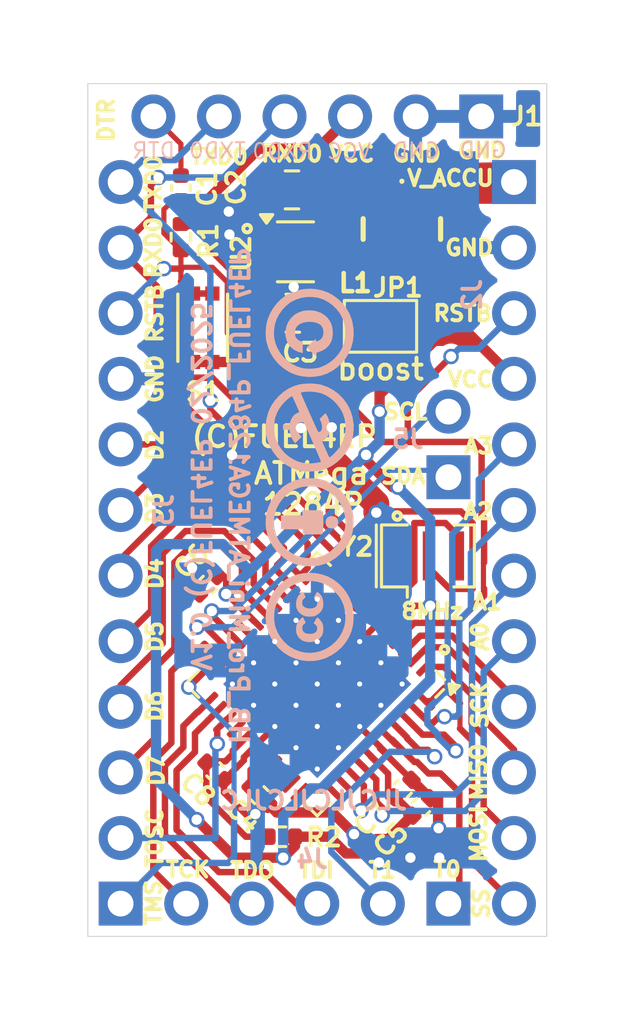
<source format=kicad_pcb>
(kicad_pcb (version 20240108) (generator "pcbnew") (generator_version "8.0")
  (title_block (title "I2C_Module_BME280_FUEL4EP") (date "2024-09-30") (rev "V1.4") (company "(c) FUEL4EP"))
  (layers (0 "F.Cu" signal) (31 "B.Cu" signal) (34 "B.Paste" user) (35 "F.Paste" user) (36 "B.SilkS" user "B.Silkscreen") (37 "F.SilkS" user "F.Silkscreen") (38 "B.Mask" user) (39 "F.Mask" user) (44 "Edge.Cuts" user))
  (net 0 "")
  (net 1 "VCC")
  (net 2 "GND")
  (net 3 "/SCL")
  (net 4 "/SDA")
  (net 5 "/RSETB")
  (net 6 "/DTR")
  (net 7 "Net-(U1-XTAL1)")
  (net 8 "Net-(U1-XTAL2)")
  (net 9 "Net-(U1-AREF)")
  (net 10 "/VAVCC")
  (net 11 "/TXD0")
  (net 12 "/RXD0")
  (net 13 "/MOSI")
  (net 14 "/A0")
  (net 15 "/A3")
  (net 16 "/SCK")
  (net 17 "/A1")
  (net 18 "/A2")
  (net 19 "/SS")
  (net 20 "/MISO")
  (net 21 "/TMS")
  (net 22 "/D6")
  (net 23 "/D5")
  (net 24 "/D4")
  (net 25 "/D7")
  (net 26 "/D3")
  (net 27 "/TOSC")
  (net 28 "/D2")
  (net 29 "/T1")
  (net 30 "/T0")
  (net 31 "/TCK")
  (net 32 "/TDO")
  (net 33 "/TDI")
  (net 41 "V_accu")
  (net 42 "/Vboost")
  (net 43 "/L")
  (footprint "Capacitor_SMD:C_0402_1005Metric" (layer "F.Cu") (at 12.201211 -5.724211 45)
    (property "Reference" "C7")
    (property "Value" "100n")
  )
  (footprint "Jumper:SolderJumper-2_P1.3mm_Open_Pad1.0x1.5mm" (layer "F.Cu") (at 11.3388 -23.622 180)
    (property "Reference" "JP1")
    (property "Value" "SolderJumper_2_Open")
  )
  (footprint "Crystal:Resonator_SMD_Murata_CSTxExxV-3Pin_3.0x1.1mm" (layer "F.Cu") (at 13.1764 -14.732)
    (property "Reference" "Y2")
    (property "Value" "8MHz")
  )
  (footprint "Capacitor_SMD:C_0805_2012Metric" (layer "F.Cu") (at 7.9096 -28.9052 180)
    (property "Reference" "C2")
    (property "Value" "10u")
  )
  (footprint "Capacitor_SMD:C_0402_1005Metric" (layer "F.Cu") (at 6.645589 -5.470211 -45)
    (property "Reference" "C4")
    (property "Value" "100n")
  )
  (footprint "Capacitor_SMD:C_0805_2012Metric" (layer "F.Cu") (at 7.94 -24.13 180)
    (property "Reference" "C3")
    (property "Value" "10u")
  )
  (footprint "Capacitor_SMD:C_0402_1005Metric" (layer "F.Cu") (at 3.6068 -28.9788 90)
    (property "Reference" "C1")
    (property "Value" "100n")
  )
  (footprint "Package_TO_SOT_SMD:Texas_R-PDSO-G6" (layer "F.Cu") (at 8.044 -26.5072)
    (property "Reference" "U2")
    (property "Value" "TPS61221DCK")
  )
  (footprint "Capacitor_SMD:C_0402_1005Metric" (layer "F.Cu") (at 4.6482 -13.6144 -135)
    (property "Reference" "C6")
    (property "Value" "100n")
  )
  (footprint "FUEL4EP:SW_EVPBB0AAB000" (layer "F.Cu") (at 4.451 -23.567 90)
    (property "Reference" "S1")
    (property "Value" "EVPBB0AAB000")
  )
  (footprint "FUEL4EP:PinHeader_1x06_P2.54mm_Vertical_FUEL4EP" (layer "F.Cu") (at 15.24 -31.75 -90)
    (property "Reference" "J1")
    (property "Value" "FTDI Basic")
  )
  (footprint "Package_DFN_QFN:QFN-44-1EP_7x7mm_P0.5mm_EP5.15x5.15mm_ThermalVias" (layer "F.Cu") (at 8.887487 -9.771553 -135)
    (property "Reference" "U1" (hide yes))
    (property "Value" "ATMEGA1284P-MUR")
  )
  (footprint "FUEL4EP:FUEL4EP_Inductor_SMD_1" (layer "F.Cu") (at 12.1666 -27.3906 -90)
    (property "Reference" "L1")
    (property "Value" "4.7u" (hide yes))
  )
  (footprint "Resistor_SMD:R_0402_1005Metric" (layer "F.Cu") (at 3.6068 -27.0744 -90)
    (property "Reference" "R1")
    (property "Value" "10k")
  )
  (footprint "Capacitor_SMD:C_0402_1005Metric" (layer "F.Cu") (at 12.912411 -5.013011 45)
    (property "Reference" "C5")
    (property "Value" "10u")
  )
  (footprint "Resistor_SMD:R_0402_1005Metric" (layer "F.Cu") (at 7.5164 -3.8608 180)
    (property "Reference" "R2")
    (property "Value" "22")
  )
  (footprint "Capacitor_SMD:C_0402_1005Metric" (layer "F.Cu") (at 4.936811 -6.391589 135)
    (property "Reference" "C8")
    (property "Value" "100n")
  )
  (footprint "FUEL4EP:PinHeader_1x05_P2.54mm_Vertical_FUEL4EP" (layer "B.Cu") (at 13.97 -1.27 90)
    (property "Reference" "J4")
    (property "Value" "Conn_01x05")
  )
  (footprint "FUEL4EP:PinHeader_1x02_P2.54mm_Vertical_FUEL4EP" (layer "B.Cu") (at 13.97 -17.78)
    (property "Reference" "J5")
    (property "Value" "Conn_01x02")
  )
  (footprint "FUEL4EP:PinHeader_1x12_P2.54mm_Vertical_FUEL4EP" (layer "B.Cu") (at 1.27 -1.27)
    (property "Reference" "J3")
    (property "Value" "Conn_01x12")
  )
  (footprint "FUEL4EP:PinHeader_1x12_P2.54mm_Vertical_FUEL4EP" (layer "B.Cu") (at 16.51 -29.21 180)
    (property "Reference" "J2")
    (property "Value" "Conn_01x12")
  )
  (footprint "FUEL4EP:CC-BY-ND-SA" (layer "B.Cu") (at 8.6106 -17.8562 90)
    (property "Reference" "LOGO1" (hide yes))
    (property "Value" "Logo_Open_Hardware_Small" (hide yes))
  )
  (gr_circle (center 6.1722 -27.4066) (end 6.223 -27.3558) (stroke (width 0.1524)) (fill none) (layer "F.SilkS"))
  (gr_circle (center 13.8176 -11.0998) (end 13.8684 -11.049) (stroke (width 0.1524)) (fill none) (layer "F.SilkS"))
  (gr_circle (center 11.9888 -16.277042) (end 12.0396 -16.226242) (stroke (width 0.1524)) (fill none) (layer "F.SilkS"))
  (gr_line (start 0 0) (end 17.78 0) (stroke (width 0.0381)) (layer "Edge.Cuts"))
  (gr_line (start 0 0) (end 0 -33.02) (stroke (width 0.0381)) (layer "Edge.Cuts"))
  (gr_line (start 17.78 -33.02) (end 17.78 0) (stroke (width 0.0381)) (layer "Edge.Cuts"))
  (gr_line (start 0 -33.02) (end 17.78 -33.02) (stroke (width 0.0381)) (layer "Edge.Cuts"))
  (gr_text "JLCJLCJLCJLC" (at 12.446 -4.8514 0) (layer "B.SilkS") (effects (font (size 0.7 0.7) (thickness 0.1524) (bold yes)) (justify left bottom mirror)))
  (gr_text "HB_Pro_Mini_ATMEGA1284P_FUEL4EP" (at 5.4356 -7.366 -90) (layer "B.SilkS") (effects (font (size 0.7 0.7) (thickness 0.1524) (bold yes)) (justify left bottom mirror)))
  (gr_text "GND" (at 16.2814 -30.099 0) (layer "B.SilkS") (effects (font (size 0.6 0.6) (thickness 0.075)) (justify left bottom mirror)))
  (gr_text "GND" (at 13.6906 -30.0736 0) (layer "B.SilkS") (effects (font (size 0.6 0.6) (thickness 0.075)) (justify left bottom mirror)))
  (gr_text "DTR" (at 3.429 -30.0736 0) (layer "B.SilkS") (effects (font (size 0.6 0.6) (thickness 0.075)) (justify left bottom mirror)))
  (gr_text "RXD0" (at 8.763 -30.0482 0) (layer "B.SilkS") (effects (font (size 0.6 0.6) (thickness 0.075)) (justify left bottom mirror)))
  (gr_text "V1.0 (C)FUEL4EP 02/2025" (at 3.9624 -10.2108 270) (layer "B.SilkS") (effects (font (size 0.7 0.7) (thickness 0.1524) (bold yes)) (justify left bottom mirror)))
  (gr_text "VCC" (at 11.0236 -30.0482 0) (layer "B.SilkS") (effects (font (size 0.6 0.6) (thickness 0.075)) (justify left bottom mirror)))
  (gr_text "TXD0" (at 6.1722 -30.0736 0) (layer "B.SilkS") (effects (font (size 0.6 0.6) (thickness 0.075)) (justify left bottom mirror)))
  (gr_text "TDO\n" (at 5.4356 -2.2098 0) (layer "F.SilkS") (effects (font (size 0.6 0.6) (thickness 0.15) (bold yes)) (justify left bottom)))
  (gr_text "VCC\n" (at 13.8684 -21.209 0) (layer "F.SilkS") (effects (font (size 0.6 0.6) (thickness 0.15) (bold yes)) (justify left bottom)))
  (gr_text "RXD0" (at 2.8956 -25.4 90) (layer "F.SilkS") (effects (font (size 0.6 0.6) (thickness 0.15) (bold yes)) (justify left bottom)))
  (gr_text "SDA" (at 11.2776 -17.4752 0) (layer "F.SilkS") (effects (font (size 0.6 0.6) (thickness 0.15) (bold yes)) (justify left bottom)))
  (gr_text "MOSI" (at 15.494 -2.794 90) (layer "F.SilkS") (effects (font (size 0.6 0.6) (thickness 0.15) (bold yes)) (justify left bottom)))
  (gr_text "GND" (at 2.9464 -20.574 90) (layer "F.SilkS") (effects (font (size 0.6 0.6) (thickness 0.15) (bold yes)) (justify left bottom)))
  (gr_text "(C)FUEL4EP" (at 3.937 -18.8722 0) (layer "F.SilkS") (effects (font (size 0.8128 0.8128) (thickness 0.1524) (bold yes)) (justify left bottom)))
  (gr_text "A3" (at 14.5034 -18.6436 0) (layer "F.SilkS") (effects (font (size 0.6 0.6) (thickness 0.15) (bold yes)) (justify left bottom)))
  (gr_text "DTR" (at 1.0668 -30.6832 90) (layer "F.SilkS") (effects (font (size 0.6 0.6) (thickness 0.15) (bold yes)) (justify left bottom)))
  (gr_text "TCK" (at 2.9464 -2.2352 0) (layer "F.SilkS") (effects (font (size 0.6 0.6) (thickness 0.15) (bold yes)) (justify left bottom)))
  (gr_text "1284P" (at 6.6802 -16.256 0) (layer "F.SilkS") (effects (font (size 0.8128 0.8128) (thickness 0.1524) (bold yes)) (justify left bottom)))
  (gr_text "D5\n" (at 2.9464 -10.922 90) (layer "F.SilkS") (effects (font (size 0.6 0.6) (thickness 0.15) (bold yes)) (justify left bottom)))
  (gr_text "TXD0" (at 3.8862 -29.845 0) (layer "F.SilkS") (effects (font (size 0.6 0.6) (thickness 0.15) (bold yes)) (justify left bottom)))
  (gr_text "RXD0" (at 6.6294 -29.9466 0) (layer "F.SilkS") (effects (font (size 0.6 0.6) (thickness 0.15) (bold yes)) (justify left bottom)))
  (gr_text "boost" (at 9.5758 -21.4884 0) (layer "F.SilkS") (effects (font (size 0.8128 0.8128) (thickness 0.1524) (bold yes)) (justify left bottom)))
  (gr_text "GND\n" (at 13.7668 -26.3144 0) (layer "F.SilkS") (effects (font (size 0.6 0.6) (thickness 0.15) (bold yes)) (justify left bottom)))
  (gr_text "T0" (at 13.3096 -2.2352 0) (layer "F.SilkS") (effects (font (size 0.6 0.6) (thickness 0.15) (bold yes)) (justify left bottom)))
  (gr_text "D4\n" (at 2.9464 -13.3604 90) (layer "F.SilkS") (effects (font (size 0.6 0.6) (thickness 0.15) (bold yes)) (justify left bottom)))
  (gr_text "D6\n" (at 2.9464 -8.2296 90) (layer "F.SilkS") (effects (font (size 0.6 0.6) (thickness 0.15) (bold yes)) (justify left bottom)))
  (gr_text "D3\n" (at 2.9464 -15.9004 90) (layer "F.SilkS") (effects (font (size 0.6 0.6) (thickness 0.15) (bold yes)) (justify left bottom)))
  (gr_text "RSTB" (at 2.9464 -22.9108 90) (layer "F.SilkS") (effects (font (size 0.6 0.6) (thickness 0.15) (bold yes)) (justify left bottom)))
  (gr_text "SCK\n" (at 15.5448 -7.9756 90) (layer "F.SilkS") (effects (font (size 0.6 0.6) (thickness 0.15) (bold yes)) (justify left bottom)))
  (gr_text "A0" (at 15.5448 -10.9728 90) (layer "F.SilkS") (effects (font (size 0.6 0.6) (thickness 0.15) (bold yes)) (justify left bottom)))
  (gr_text "D7\n" (at 2.9972 -5.7404 90) (layer "F.SilkS") (effects (font (size 0.6 0.6) (thickness 0.15) (bold yes)) (justify left bottom)))
  (gr_text "V_ACCU" (at 12.2936 -29.0068 0) (layer "F.SilkS") (effects (font (size 0.6 0.6) (thickness 0.15) (bold yes)) (justify left bottom)))
  (gr_text "SCL" (at 11.3792 -19.9644 0) (layer "F.SilkS") (effects (font (size 0.6 0.6) (thickness 0.15) (bold yes)) (justify left bottom)))
  (gr_text "GND" (at 11.7348 -29.9466 0) (layer "F.SilkS") (effects (font (size 0.6 0.6) (thickness 0.15) (bold yes)) (justify left bottom)))
  (gr_text "VCC" (at 9.271 -29.9466 0) (layer "F.SilkS") (effects (font (size 0.6 0.6) (thickness 0.15) (bold yes)) (justify left bottom)))
  (gr_text "A1" (at 14.8336 -12.5984 0) (layer "F.SilkS") (effects (font (size 0.6 0.6) (thickness 0.15) (bold yes)) (justify left bottom)))
  (gr_text "TXD0" (at 2.8956 -27.94 90) (layer "F.SilkS") (effects (font (size 0.6 0.6) (thickness 0.15) (bold yes)) (justify left bottom)))
  (gr_text "GND" (at 14.2494 -30.0736 0) (layer "F.SilkS") (effects (font (size 0.6 0.6) (thickness 0.15) (bold yes)) (justify left bottom)))
  (gr_text "TOSC\n" (at 2.9464 -2.5908 90) (layer "F.SilkS") (effects (font (size 0.6 0.6) (thickness 0.15) (bold yes)) (justify left bottom)))
  (gr_text "TDI\n" (at 8.0772 -2.2098 0) (layer "F.SilkS") (effects (font (size 0.6 0.6) (thickness 0.15) (bold yes)) (justify left bottom)))
  (gr_text "TMS" (at 2.8956 -0.3556 90) (layer "F.SilkS") (effects (font (size 0.6 0.6) (thickness 0.15) (bold yes)) (justify left bottom)))
  (gr_text "8MHz" (at 12.065 -12.2428 0) (layer "F.SilkS") (effects (font (size 0.6 0.6) (thickness 0.15) (bold yes)) (justify left bottom)))
  (gr_text "ATMega" (at 6.35 -17.4498 0) (layer "F.SilkS") (effects (font (size 0.8128 0.8128) (thickness 0.1524) (bold yes)) (justify left bottom)))
  (gr_text "SS" (at 15.5956 -0.6096 90) (layer "F.SilkS") (effects (font (size 0.6 0.6) (thickness 0.15) (bold yes)) (justify left bottom)))
  (gr_text "A2" (at 14.478 -16.1036 0) (layer "F.SilkS") (effects (font (size 0.6 0.6) (thickness 0.15) (bold yes)) (justify left bottom)))
  (gr_text "MISO" (at 15.494 -5.1816 90) (layer "F.SilkS") (effects (font (size 0.6 0.6) (thickness 0.15) (bold yes)) (justify left bottom)))
  (gr_text "D2\n" (at 2.9464 -18.3388 90) (layer "F.SilkS") (effects (font (size 0.6 0.6) (thickness 0.15) (bold yes)) (justify left bottom)))
  (gr_text "T1" (at 10.795 -2.2098 0) (layer "F.SilkS") (effects (font (size 0.6 0.6) (thickness 0.15) (bold yes)) (justify left bottom)))
  (gr_text "RSTB" (at 13.3096 -23.7744 0) (layer "F.SilkS") (effects (font (size 0.6 0.6) (thickness 0.15) (bold yes)) (justify left bottom)))
  (segment (start 4.761 -27.559) (end 4.761 -26.680106) (width 0.4) (layer "F.Cu") (net 1))
  (segment (start 13.26394 -12.8016) (end 12.6492 -12.8016) (width 0.25) (layer "F.Cu") (net 1))
  (segment (start 10.623061 -3.2124) (end 11.179461 -3.7688) (width 0.4) (layer "F.Cu") (net 1))
  (segment (start 11.9888 -22.225) (end 11.9888 -23.622) (width 0.4) (layer "F.Cu") (net 1))
  (segment (start 10.778021 -18.434771) (end 10.778021 -18.646905) (width 0.4) (layer "F.Cu") (net 1))
  (segment (start 5.969 -25.472106) (end 5.969 -23.499834) (width 0.4) (layer "F.Cu") (net 1))
  (segment (start 11.303 -21.5392) (end 11.303 -20.32) (width 0.4) (layer "F.Cu") (net 1))
  (segment (start 12.6492 -12.8016) (end 11.696279 -11.848679) (width 0.25) (layer "F.Cu") (net 1))
  (segment (start 4.4196 -27.5844) (end 3.6068 -27.5844) (width 0.4) (layer "F.Cu") (net 1))
  (segment (start 8.0264 -3.8608) (end 9.353339 -3.8608) (width 0.4) (layer "F.Cu") (net 1))
  (segment (start 10.964613 -6.967787) (end 11.6332 -6.2992) (width 0.25) (layer "F.Cu") (net 1))
  (segment (start 5.3594 -13.2588) (end 5.3848 -13.2588) (width 0.25) (layer "F.Cu") (net 1))
  (segment (start 4.761 -26.680106) (end 5.969 -25.472106) (width 0.4) (layer "F.Cu") (net 1))
  (segment (start 7.5692 -3.048) (end 5.6896 -3.048) (width 0.4) (layer "F.Cu") (net 1))
  (segment (start 11.179461 -3.7688) (end 11.6428 -3.7688) (width 0.4) (layer "F.Cu") (net 1))
  (segment (start 5.969 -23.499834) (end 6.735834 -22.733) (width 0.4) (layer "F.Cu") (net 1))
  (segment (start 7.493 -22.225) (end 6.985 -22.733) (width 0.4) (layer "F.Cu") (net 1))
  (segment (start 4.761 -27.559) (end 4.445 -27.559) (width 0.4) (layer "F.Cu") (net 1))
  (segment (start 10.001739 -3.2124) (end 10.623061 -3.2124) (width 0.4) (layer "F.Cu") (net 1))
  (segment (start 8.0264 -3.8608) (end 8.0264 -3.5052) (width 0.4) (layer "F.Cu") (net 1))
  (segment (start 11.6332 -6.2992) (end 11.6332 -5.6134) (width 0.25) (layer "F.Cu") (net 1))
  (segment (start 12.573 -4.6736) (end 11.8618 -5.3848) (width 0.4) (layer "F.Cu") (net 1))
  (segment (start 5.6896 -3.048) (end 4.2164 -4.5212) (width 0.4) (layer "F.Cu") (net 1))
  (segment (start 6.735834 -22.733) (end 6.985 -22.733) (width 0.4) (layer "F.Cu") (net 1))
  (segment (start 11.9888 -22.225) (end 11.303 -21.5392) (width 0.4) (layer "F.Cu") (net 1))
  (segment (start 5.3594 -13.2588) (end 5.3594 -13.861422) (width 0.25) (layer "F.Cu") (net 1))
  (segment (start 14.478 -23.622) (end 16.51 -21.59) (width 0.4) (layer "F.Cu") (net 1))
  (segment (start 11.816263 -17.396529) (end 10.778021 -18.434771) (width 0.4) (layer "F.Cu") (net 1))
  (segment (start 11.696279 -11.848679) (end 11.67172 -11.848679) (width 0.25) (layer "F.Cu") (net 1))
  (segment (start 6.441367 -12.202233) (end 6.456807 -12.202233) (width 0.25) (layer "F.Cu") (net 1))
  (segment (start 11.9888 -23.622) (end 14.478 -23.622) (width 0.4) (layer "F.Cu") (net 1))
  (segment (start 4.445 -27.559) (end 4.4196 -27.5844) (width 0.4) (layer "F.Cu") (net 1))
  (segment (start 11.9888 -22.225) (end 7.493 -22.225) (width 0.4) (layer "F.Cu") (net 1))
  (segment (start 11.6428 -3.7688) (end 12.5476 -4.6736) (width 0.4) (layer "F.Cu") (net 1))
  (segment (start 12.014099 -17.396529) (end 11.816263 -17.396529) (width 0.4) (layer "F.Cu") (net 1))
  (segment (start 11.6332 -5.6134) (end 11.8618 -5.3848) (width 0.25) (layer "F.Cu") (net 1))
  (segment (start 6.624 -30.5) (end 4.761 -28.637) (width 0.4) (layer "F.Cu") (net 1))
  (segment (start 8.91 -30.5) (end 6.624 -30.5) (width 0.4) (layer "F.Cu") (net 1))
  (segment (start 5.3594 -13.861422) (end 5.114611 -14.106211) (width 0.25) (layer "F.Cu") (net 1))
  (segment (start 9.353339 -3.8608) (end 10.001739 -3.2124) (width 0.4) (layer "F.Cu") (net 1))
  (segment (start 8.0264 -3.5052) (end 7.5692 -3.048) (width 0.4) (layer "F.Cu") (net 1))
  (segment (start 10.964613 -6.98732) (end 10.964613 -6.967787) (width 0.25) (layer "F.Cu") (net 1))
  (segment (start 4.761 -28.637) (end 4.761 -27.559) (width 0.4) (layer "F.Cu") (net 1))
  (segment (start 10.16 -31.75) (end 8.91 -30.5) (width 0.4) (layer "F.Cu") (net 1))
  (segment (start 5.3848 -13.2588) (end 6.441367 -12.202233) (width 0.25) (layer "F.Cu") (net 1))
  (via (at 10.778021 -18.646905) (size 0.6) (drill 0.4) (layers "F.Cu" "B.Cu") (net 1))
  (via (at 5.3594 -13.2588) (size 0.6) (drill 0.4) (layers "F.Cu" "B.Cu") (net 1))
  (via (at 11.303 -20.32) (size 0.6) (drill 0.4) (layers "F.Cu" "B.Cu") (net 1))
  (via (at 4.2164 -4.5212) (size 0.6) (drill 0.4) (layers "F.Cu" "B.Cu") (net 1))
  (via (at 12.014099 -17.396529) (size 0.6) (drill 0.4) (layers "F.Cu" "B.Cu") (net 1))
  (via (at 13.26394 -12.8016) (size 0.6) (drill 0.4) (layers "F.Cu" "B.Cu") (net 1))
  (via (at 7.5692 -3.048) (size 0.6) (drill 0.4) (layers "F.Cu" "B.Cu") (net 1))
  (segment (start 3.4544 -15.1892) (end 3.2512 -15.1892) (width 0.4) (layer "B.Cu") (net 1))
  (segment (start 5.2324 -15.1892) (end 3.4544 -15.1892) (width 0.4) (layer "B.Cu") (net 1))
  (segment (start 10.772919 -18.646905) (end 10.778021 -18.646905) (width 0.4) (layer "B.Cu") (net 1))
  (segment (start 13.26394 -12.8016) (end 13.26394 -16.146688) (width 0.4) (layer "B.Cu") (net 1))
  (segment (start 6.273807 -14.147793) (end 5.2324 -15.1892) (width 0.4) (layer "B.Cu") (net 1))
  (segment (start 11.303 -19.171884) (end 10.778021 -18.646905) (width 0.4) (layer "B.Cu") (net 1))
  (segment (start 7.5692 -4.667461) (end 7.5692 -3.048) (width 0.4) (layer "B.Cu") (net 1))
  (segment (start 13.26394 -12.8016) (end 13.26394 -9.94072) (width 0.4) (layer "B.Cu") (net 1))
  (segment (start 3.4544 -15.1892) (end 2.8956 -15.1892) (width 0.4) (layer "B.Cu") (net 1))
  (segment (start 13.26394 -9.94072) (end 9.053173 -5.729953) (width 0.4) (layer "B.Cu") (net 1))
  (segment (start 9.053173 -5.729953) (end 8.631692 -5.729953) (width 0.4) (layer "B.Cu") (net 1))
  (segment (start 8.631692 -5.729953) (end 7.5692 -4.667461) (width 0.4) (layer "B.Cu") (net 1))
  (segment (start 6.273807 -14.147793) (end 10.772919 -18.646905) (width 0.4) (layer "B.Cu") (net 1))
  (segment (start 13.26394 -16.146688) (end 12.014099 -17.396529) (width 0.4) (layer "B.Cu") (net 1))
  (segment (start 5.384814 -13.2588) (end 6.273807 -14.147793) (width 0.4) (layer "B.Cu") (net 1))
  (segment (start 4.2164 -4.5212) (end 2.6416 -6.096) (width 0.4) (layer "B.Cu") (net 1))
  (segment (start 2.6416 -6.096) (end 2.6416 -14.9352) (width 0.4) (layer "B.Cu") (net 1))
  (segment (start 5.3594 -13.2588) (end 5.384814 -13.2588) (width 0.4) (layer "B.Cu") (net 1))
  (segment (start 2.8956 -15.1892) (end 2.6416 -14.9352) (width 0.4) (layer "B.Cu") (net 1))
  (segment (start 11.303 -20.32) (end 11.303 -19.171884) (width 0.4) (layer "B.Cu") (net 1))
  (segment (start 8.255 -19.685) (end 8.4836 -19.4564) (width 0.4) (layer "F.Cu") (net 2))
  (segment (start 13.589 -4.191) (end 13.589 -3.0734) (width 0.4) (layer "F.Cu") (net 2))
  (segment (start 6.456807 -7.340873) (end 6.451873 -7.340873) (width 0.25) (layer "F.Cu") (net 2))
  (segment (start 6.434122 -25.8572) (end 6.094 -26.197322) (width 0.4) (layer "F.Cu") (net 2))
  (segment (start 11.318167 -7.340873) (end 11.318167 -7.286077) (width 0.25) (layer "F.Cu") (net 2))
  (segment (start 6.103254 -11.848679) (end 8.18038 -9.771553) (width 0.25) (layer "F.Cu") (net 2))
  (segment (start 6.944 -25.8572) (end 6.434122 -25.8572) (width 0.4) (layer "F.Cu") (net 2))
  (segment (start 13.251822 -5.352422) (end 12.540622 -6.063622) (width 0.4) (layer "F.Cu") (net 2))
  (segment (start 11.176 -16.764) (end 8.4836 -19.4564) (width 1) (layer "F.Cu") (net 2))
  (segment (start 12.310319 -2.861519) (end 11.282041 -2.861519) (width 0.4) (layer "F.Cu") (net 2))
  (segment (start 9.474778 -4.800022) (end 10.3124 -3.9624) (width 0.4) (layer "F.Cu") (net 2))
  (segment (start 6.044923 -6.820879) (end 5.276222 -6.052178) (width 0.25) (layer "F.Cu") (net 2))
  (segment (start 6.044923 -6.933923) (end 6.044923 -6.820879) (width 0.25) (layer "F.Cu") (net 2))
  (segment (start 11.318167 -7.286077) (end 12.540622 -6.063622) (width 0.25) (layer "F.Cu") (net 2))
  (segment (start 11.2246 -16.457) (end 11.176 -16.4084) (width 0.25) (layer "F.Cu") (net 2))
  (segment (start 13.251822 -5.352422) (end 13.570578 -5.352422) (width 0.4) (layer "F.Cu") (net 2))
  (segment (start 5.7404 -26.924) (end 5.4864 -27.178) (width 0.4) (layer "F.Cu") (net 2))
  (segment (start 6.944 -25.8572) (end 6.944 -24.176) (width 0.4) (layer "F.Cu") (net 2))
  (segment (start 13.589 -3.0734) (end 13.6144 -3.048) (width 0.4) (layer "F.Cu") (net 2))
  (segment (start 4.076 -22.242) (end 4.826 -22.242) (width 0.4) (layer "F.Cu") (net 2))
  (segment (start 5.276222 -6.052178) (end 5.276222 -5.569578) (width 0.25) (layer "F.Cu") (net 2))
  (segment (start 8.255 -19.685) (end 9.4234 -19.685) (width 0.4) (layer "F.Cu") (net 2))
  (segment (start 7.9756 -25.146) (end 6.99 -25.146) (width 0.4) (layer "F.Cu") (net 2))
  (segment (start 13.6144 -3.048) (end 12.4968 -3.048) (width 0.4) (layer "F.Cu") (net 2))
  (segment (start 6.094 -26.197322) (end 6.094 -26.924) (width 0.4) (layer "F.Cu") (net 2))
  (segment (start 2.6416 -21.59) (end 5.588 -18.6436) (width 0.4) (layer "F.Cu") (net 2))
  (segment (start 4.826 -22.242) (end 5.698 -22.242) (width 0.4) (layer "F.Cu") (net 2))
  (segment (start 5.276222 -5.569578) (end 6.2992 -4.5466) (width 0.25) (layer "F.Cu") (net 2))
  (segment (start 6.99 -24.13) (end 6.99 -25.146) (width 0.25) (layer "F.Cu") (net 2))
  (segment (start 7.315778 -4.800022) (end 9.474778 -4.800022) (width 0.4) (layer "F.Cu") (net 2))
  (segment (start 8.7376 -19.7104) (end 8.4836 -19.4564) (width 1) (layer "F.Cu") (net 2))
  (segment (start 4.0386 -13.9022) (end 4.0386 -14.2748) (width 0.4) (layer "F.Cu") (net 2))
  (segment (start 6.094 -26.924) (end 5.7404 -26.924) (width 0.4) (layer "F.Cu") (net 2))
  (segment (start 14.4514 -16.457) (end 11.2246 -16.457) (width 0.25) (layer "F.Cu") (net 2))
  (segment (start 11.318167 -7.340873) (end 8.887487 -9.771553) (width 0.25) (layer "F.Cu") (net 2))
  (segment (start 6.451873 -7.340873) (end 6.044923 -6.933923) (width 0.25) (layer "F.Cu") (net 2))
  (segment (start 4.318 -13.3012) (end 3.8778 -13.7414) (width 0.4) (layer "F.Cu") (net 2))
  (segment (start 5.4884 -28.0396) (end 5.461 -28.067) (width 0.4) (layer "F.Cu") (net 2))
  (segment (start 9.4234 -19.685) (end 9.4488 -19.7104) (width 0.4) (layer "F.Cu") (net 2))
  (segment (start 6.094 -28.0396) (end 5.4884 -28.0396) (width 0.4) (layer "F.Cu") (net 2))
  (segment (start 1.27 -21.59) (end 2.6416 -21.59) (width 0.4) (layer "F.Cu") (net 2))
  (segment (start 6.985 -5.1308) (end 7.315778 -4.800022) (width 0.4) (layer "F.Cu") (net 2))
  (segment (start 5.698 -22.242) (end 8.255 -19.685) (width 0.4) (layer "F.Cu") (net 2))
  (segment (start 3.8778 -13.7414) (end 4.0386 -13.9022) (width 0.4) (layer "F.Cu") (net 2))
  (segment (start 13.570578 -5.352422) (end 13.570578 -4.209422) (width 0.4) (layer "F.Cu") (net 2))
  (segment (start 11.318167 -12.202233) (end 8.887487 -9.771553) (width 0.25) (layer "F.Cu") (net 2))
  (segment (start 6.4008 -4.5466) (end 6.985 -5.1308) (width 0.25) (layer "F.Cu") (net 2))
  (segment (start 9.4488 -19.7104) (end 8.7376 -19.7104) (width 1) (layer "F.Cu") (net 2))
  (segment (start 14.9014 -16.007) (end 14.4514 -16.457) (width 0.25) (layer "F.Cu") (net 2))
  (segment (start 12.4968 -3.048) (end 12.310319 -2.861519) (width 0.4) (layer "F.Cu") (net 2))
  (segment (start 13.1764 -14.297493) (end 14.016893 -13.457) (width 0.25) (layer "F.Cu") (net 2))
  (segment (start 6.99 -25.146) (end 6.99 -25.8112) (width 0.25) (layer "F.Cu") (net 2))
  (segment (start 13.570578 -4.209422) (end 13.589 -4.191) (width 0.4) (layer "F.Cu") (net 2))
  (segment (start 11.176 -16.4084) (end 11.176 -16.764) (width 1) (layer "F.Cu") (net 2))
  (segment (start 6.2992 -4.5466) (end 6.4008 -4.5466) (width 0.25) (layer "F.Cu") (net 2))
  (segment (start 6.456807 -7.340873) (end 8.887487 -9.771553) (width 0.25) (layer "F.Cu") (net 2))
  (segment (start 6.094 -26.924) (end 6.094 -28.0396) (width 0.4) (layer "F.Cu") (net 2))
  (segment (start 14.9014 -13.457) (end 14.9014 -16.007) (width 0.25) (layer "F.Cu") (net 2))
  (segment (start 14.016893 -13.457) (end 14.9014 -13.457) (width 0.25) (layer "F.Cu") (net 2))
  (segment (start 6.094 -28.0396) (end 6.9596 -28.9052) (width 0.4) (layer "F.Cu") (net 2))
  (via (at 12.4968 -3.048) (size 0.6) (drill 0.4) (layers "F.Cu" "B.Cu") (net 2))
  (via (at 13.589 -4.191) (size 0.6) (drill 0.4) (layers "F.Cu" "B.Cu") (net 2))
  (via (at 5.4864 -27.178) (size 0.6) (drill 0.4) (layers "F.Cu" "B.Cu") (net 2))
  (via (at 10.3124 -3.9624) (size 0.6) (drill 0.4) (layers "F.Cu" "B.Cu") (net 2))
  (via (at 4.0386 -14.2748) (size 0.6) (drill 0.4) (layers "F.Cu" "B.Cu") (net 2))
  (via (at 8.255 -19.685) (size 0.6) (drill 0.4) (layers "F.Cu" "B.Cu") (net 2))
  (via (at 5.461 -28.067) (size 0.6) (drill 0.4) (layers "F.Cu" "B.Cu") (net 2))
  (via (at 5.588 -18.6436) (size 0.6) (drill 0.4) (layers "F.Cu" "B.Cu") (net 2))
  (via (at 11.176 -16.4084) (size 0.6) (drill 0.4) (layers "F.Cu" "B.Cu") (net 2))
  (via (at 11.282041 -2.861519) (size 0.6) (drill 0.4) (layers "F.Cu" "B.Cu") (net 2))
  (via (at 7.9756 -25.146) (size 0.6) (drill 0.4) (layers "F.Cu" "B.Cu") (net 2))
  (via (at 6.4897 -4.7371) (size 0.6) (drill 0.4) (layers "F.Cu" "B.Cu") (net 2))
  (via (at 9.4488 -19.7104) (size 0.6) (drill 0.4) (layers "F.Cu" "B.Cu") (net 2))
  (via (at 13.6144 -3.048) (size 0.6) (drill 0.4) (layers "F.Cu" "B.Cu") (net 2))
  (segment (start 6.4897 -4.7371) (end 6.7183 -4.9657) (width 0.25) (layer "B.Cu") (net 2))
  (segment (start 3.4664 -11.703539) (end 4.941186 -10.228753) (width 0.4) (layer "B.Cu") (net 2))
  (segment (start 6.8072 -5.0546) (end 6.9342 -5.0546) (width 0.25) (layer "B.Cu") (net 2))
  (segment (start 3.4664 -11.703539) (end 3.4664 -13.7026) (width 0.4) (layer "B.Cu") (net 2))
  (segment (start 3.4664 -13.7026) (end 4.0386 -14.2748) (width 0.4) (layer "B.Cu") (net 2))
  (segment (start 6.2992 -4.5466) (end 6.4897 -4.7371) (width 0.25) (layer "B.Cu") (net 2))
  (segment (start 4.941186 -10.228753) (end 9.141487 -10.228753) (width 0.4) (layer "B.Cu") (net 2))
  (segment (start 5.749701 -11.496899) (end 4.803035 -12.443565) (width 0.25) (layer "F.Cu") (net 3))
  (segment (start 4.803035 -12.443565) (end 4.803035 -12.599047) (width 0.25) (layer "F.Cu") (net 3))
  (via (at 4.803035 -12.599047) (size 0.6) (drill 0.4) (layers "F.Cu" "B.Cu") (net 3))
  (segment (start 5.614047 -12.599047) (end 13.335 -20.32) (width 0.25) (layer "B.Cu") (net 3))
  (segment (start 5.614047 -12.599047) (end 4.803035 -12.599047) (width 0.25) (layer "B.Cu") (net 3))
  (segment (start 5.393828 -11.141572) (end 4.563082 -11.972318) (width 0.25) (layer "F.Cu") (net 4))
  (segment (start 4.563082 -11.972318) (end 4.228826 -11.972318) (width 0.25) (layer "F.Cu") (net 4))
  (via (at 4.228826 -11.972318) (size 0.6) (drill 0.4) (layers "F.Cu" "B.Cu") (net 4))
  (segment (start 13.97 -17.78) (end 13.703471 -18.046529) (width 0.2) (layer "B.Cu") (net 4))
  (segment (start 11.662569 -18.046529) (end 5.588358 -11.972318) (width 0.2) (layer "B.Cu") (net 4))
  (segment (start 5.588358 -11.972318) (end 4.228826 -11.972318) (width 0.25) (layer "B.Cu") (net 4))
  (segment (start 13.703471 -18.046529) (end 11.662569 -18.046529) (width 0.2) (layer "B.Cu") (net 4))
  (segment (start 4.076 -24.892) (end 4.826 -24.892) (width 0.25) (layer "F.Cu") (net 5))
  (segment (start 2.9464 -25.8572) (end 3.556 -25.8572) (width 0.25) (layer "F.Cu") (net 5))
  (segment (start 4.826 -25.908) (end 3.6068 -25.908) (width 0.2) (layer "F.Cu") (net 5))
  (segment (start 9.525 -21.209) (end 10.8712 -19.8628) (width 0.25) (layer "F.Cu") (net 5))
  (segment (start 12.6492 -12.1412) (end 14.301596 -12.1412) (width 0.25) (layer "F.Cu") (net 5))
  (segment (start 3.6068 -28.4988) (end 3.296801 -28.4988) (width 0.2) (layer "F.Cu") (net 5))
  (segment (start 15.2554 -16.289396) (end 15.3514 -16.193396) (width 0.25) (layer "F.Cu") (net 5))
  (segment (start 15.3514 -13.466899) (end 15.3264 -13.491899) (width 0.2) (layer "F.Cu") (net 5))
  (segment (start 5.401 -25.333) (end 4.826 -25.908) (width 0.2) (layer "F.Cu") (net 5))
  (segment (start 3.296801 -28.4988) (end 2.9464 -28.148399) (width 0.2) (layer "F.Cu") (net 5))
  (segment (start 12.3952 -19.145) (end 12.3952 -20.7772) (width 0.25) (layer "F.Cu") (net 5))
  (segment (start 12.3952 -19.145) (end 14.955 -19.145) (width 0.25) (layer "F.Cu") (net 5))
  (segment (start 14.301596 -12.1412) (end 15.3514 -13.191004) (width 0.25) (layer "F.Cu") (net 5))
  (segment (start 5.401 -23.360727) (end 5.401 -25.333) (width 0.2) (layer "F.Cu") (net 5))
  (segment (start 11.3858 -19.145) (end 12.3952 -19.145) (width 0.25) (layer "F.Cu") (net 5))
  (segment (start 2.9464 -28.148399) (end 2.9464 -27.2248) (width 0.2) (layer "F.Cu") (net 5))
  (segment (start 3.6068 -25.3612) (end 4.076 -24.892) (width 0.25) (layer "F.Cu") (net 5))
  (segment (start 7.552727 -21.209) (end 9.525 -21.209) (width 0.25) (layer "F.Cu") (net 5))
  (segment (start 15.3264 -14.453) (end 15.3514 -14.478) (width 0.2) (layer "F.Cu") (net 5))
  (segment (start 12.025273 -11.495126) (end 12.025273 -11.517273) (width 0.25) (layer "F.Cu") (net 5))
  (segment (start 3.6068 -26.5644) (end 3.6068 -25.908) (width 0.2) (layer "F.Cu") (net 5))
  (segment (start 3.556 -25.8572) (end 3.6068 -25.8064) (width 0.25) (layer "F.Cu") (net 5))
  (segment (start 2.9464 -27.2248) (end 3.6068 -26.5644) (width 0.2) (layer "F.Cu") (net 5))
  (segment (start 15.2554 -18.8446) (end 15.2554 -16.289396) (width 0.25) (layer "F.Cu") (net 5))
  (segment (start 12.025273 -11.517273) (end 12.6492 -12.1412) (width 0.25) (layer "F.Cu") (net 5))
  (segment (start 3.6068 -25.8064) (end 3.6068 -25.3612) (width 0.2) (layer "F.Cu") (net 5))
  (segment (start 15.3514 -13.191004) (end 15.3514 -13.466899) (width 0.25) (layer "F.Cu") (net 5))
  (segment (start 7.552727 -21.209) (end 5.401 -23.360727) (width 0.2) (layer "F.Cu") (net 5))
  (segment (start 10.8712 -19.6596) (end 11.3858 -19.145) (width 0.25) (layer "F.Cu") (net 5))
  (segment (start 15.3514 -16.193396) (end 15.3514 -14.478) (width 0.25) (layer "F.Cu") (net 5))
  (segment (start 3.6068 -25.908) (end 3.6068 -25.8064) (width 0.2) (layer "F.Cu") (net 5))
  (segment (start 10.8712 -19.8628) (end 10.8712 -19.6596) (width 0.25) (layer "F.Cu") (net 5))
  (segment (start 12.3952 -20.7772) (end 14.0716 -22.4536) (width 0.25) (layer "F.Cu") (net 5))
  (segment (start 15.3264 -13.491899) (end 15.3264 -14.453) (width 0.2) (layer "F.Cu") (net 5))
  (segment (start 14.955 -19.145) (end 15.2554 -18.8446) (width 0.25) (layer "F.Cu") (net 5))
  (via (at 2.9464 -25.8572) (size 0.6) (drill 0.4) (layers "F.Cu" "B.Cu") (net 5))
  (via (at 14.0716 -22.4536) (size 0.6) (drill 0.4) (layers "F.Cu" "B.Cu") (net 5))
  (segment (start 14.0716 -22.4536) (end 14.3764 -22.7584) (width 0.25) (layer "B.Cu") (net 5))
  (segment (start 1.27 -24.1808) (end 2.9464 -25.8572) (width 0.25) (layer "B.Cu") (net 5))
  (segment (start 14.3764 -22.7584) (end 15.1384 -22.7584) (width 0.25) (layer "B.Cu") (net 5))
  (segment (start 15.1384 -22.7584) (end 16.51 -24.13) (width 0.25) (layer "B.Cu") (net 5))
  (segment (start 2.54 -31.75) (end 3.6068 -30.6832) (width 0.2) (layer "F.Cu") (net 6))
  (segment (start 3.6068 -30.6832) (end 3.6068 -29.4588) (width 0.2) (layer "F.Cu") (net 6))
  (segment (start 10.61106 -12.909339) (end 11.9764 -14.274679) (width 0.25) (layer "F.Cu") (net 7))
  (segment (start 13.8514 -16.007) (end 12.6514 -16.007) (width 0.25) (layer "F.Cu") (net 8))
  (segment (start 12.6514 -16.007) (end 12.6492 -16.0048) (width 0.25) (layer "F.Cu") (net 8))
  (segment (start 12.6492 -13.752642) (end 12.333158 -13.4366) (width 0.25) (layer "F.Cu") (net 8))
  (segment (start 14.3764 -15.482) (end 13.8514 -16.007) (width 0.25) (layer "F.Cu") (net 8))
  (segment (start 12.333158 -13.4366) (end 11.845427 -13.4366) (width 0.25) (layer "F.Cu") (net 8))
  (segment (start 11.845427 -13.4366) (end 10.964613 -12.555786) (width 0.25) (layer "F.Cu") (net 8))
  (segment (start 12.6492 -16.0048) (end 12.6492 -13.752642) (width 0.25) (layer "F.Cu") (net 8))
  (segment (start 6.306178 -5.809622) (end 6.306178 -6.445738) (width 0.25) (layer "F.Cu") (net 9))
  (segment (start 6.306178 -6.445738) (end 6.477277 -6.616837) (width 0.25) (layer "F.Cu") (net 9))
  (segment (start 6.458578 -6.635537) (end 6.810361 -6.98732) (width 0.25) (layer "F.Cu") (net 9))
  (segment (start 4.589275 -6.722875) (end 4.589275 -5.770387) (width 0.25) (layer "F.Cu") (net 10))
  (segment (start 5.6134 -7.1882) (end 5.6134 -7.0612) (width 0.25) (layer "F.Cu") (net 10))
  (segment (start 5.331308 -6.779108) (end 5.098525 -6.779108) (width 0.25) (layer "F.Cu") (net 10))
  (segment (start 5.6134 -7.0612) (end 5.331308 -6.779108) (width 0.25) (layer "F.Cu") (net 10))
  (segment (start 6.103254 -7.694427) (end 6.103254 -7.678054) (width 0.25) (layer "F.Cu") (net 10))
  (segment (start 6.103254 -7.678054) (end 5.6134 -7.1882) (width 0.25) (layer "F.Cu") (net 10))
  (segment (start 5.050417 -6.731) (end 4.5974 -6.731) (width 0.25) (layer "F.Cu") (net 10))
  (segment (start 5.098525 -6.779108) (end 5.050417 -6.731) (width 0.25) (layer "F.Cu") (net 10))
  (segment (start 4.737468 -5.622194) (end 4.737468 -5.244732) (width 0.25) (layer "F.Cu") (net 10))
  (segment (start 4.737468 -5.244732) (end 6.1214 -3.8608) (width 0.25) (layer "F.Cu") (net 10))
  (segment (start 6.1214 -3.8608) (end 7.0064 -3.8608) (width 0.25) (layer "F.Cu") (net 10))
  (segment (start 4.589275 -5.770387) (end 4.737468 -5.622194) (width 0.25) (layer "F.Cu") (net 10))
  (segment (start 10.538117 -14.591692) (end 10.538117 -14.25061) (width 0.25) (layer "F.Cu") (net 11))
  (segment (start 10.538117 -14.25061) (end 9.903953 -13.616446) (width 0.25) (layer "F.Cu") (net 11))
  (segment (start 4.746732 -20.383077) (end 10.538117 -14.591692) (width 0.25) (layer "F.Cu") (net 11))
  (segment (start 4.746732 -20.748732) (end 4.746732 -20.383077) (width 0.25) (layer "F.Cu") (net 11))
  (via (at 4.746732 -20.748732) (size 0.6) (drill 0.4) (layers "F.Cu" "B.Cu") (net 11))
  (segment (start 4.746732 -25.733268) (end 4.746732 -20.748732) (width 0.25) (layer "B.Cu") (net 11))
  (segment (start 5.08 -31.75) (end 3.39 -30.06) (width 0.25) (layer "B.Cu") (net 11))
  (segment (start 3.39 -30.06) (end 2.12 -30.06) (width 0.25) (layer "B.Cu") (net 11))
  (segment (start 1.27 -29.21) (end 4.746732 -25.733268) (width 0.25) (layer "B.Cu") (net 11))
  (segment (start 2.12 -30.06) (end 1.27 -29.21) (width 0.25) (layer "B.Cu") (net 11))
  (segment (start 2.666805 -22.510457) (end 3.543662 -21.6336) (width 0.25) (layer "F.Cu") (net 12))
  (segment (start 2.445 -27.845) (end 2.445 -29.088614) (width 0.25) (layer "F.Cu") (net 12))
  (segment (start 9.335 -17.115059) (end 9.335 -16.431205) (width 0.25) (layer "F.Cu") (net 12))
  (segment (start 4.816459 -21.6336) (end 9.335 -17.115059) (width 0.25) (layer "F.Cu") (net 12))
  (segment (start 3.543662 -21.6336) (end 4.816459 -21.6336) (width 0.25) (layer "F.Cu") (net 12))
  (segment (start 1.27 -26.67) (end 2.445 -27.845) (width 0.25) (layer "F.Cu") (net 12))
  (segment (start 9.335 -16.431205) (end 10.988117 -14.778088) (width 0.25) (layer "F.Cu") (net 12))
  (segment (start 10.988117 -13.993504) (end 10.257506 -13.262893) (width 0.25) (layer "F.Cu") (net 12))
  (segment (start 10.988117 -14.778088) (end 10.988117 -13.993504) (width 0.25) (layer "F.Cu") (net 12))
  (segment (start 1.27 -26.579005) (end 2.666805 -25.1822) (width 0.25) (layer "F.Cu") (net 12))
  (segment (start 2.666805 -25.1822) (end 2.666805 -22.510457) (width 0.25) (layer "F.Cu") (net 12))
  (segment (start 2.445 -29.088614) (end 2.741386 -29.385) (width 0.25) (layer "F.Cu") (net 12))
  (via (at 2.741386 -29.385) (size 0.6) (drill 0.4) (layers "F.Cu" "B.Cu") (net 12))
  (segment (start 7.62 -31.75) (end 5.255 -29.385) (width 0.25) (layer "B.Cu") (net 12))
  (segment (start 5.255 -29.385) (end 2.741386 -29.385) (width 0.25) (layer "B.Cu") (net 12))
  (segment (start 16.51 -3.81) (end 15.335 -4.985) (width 0.25) (layer "F.Cu") (net 13))
  (segment (start 15.335 -4.985) (end 15.335 -7.766903) (width 0.25) (layer "F.Cu") (net 13))
  (segment (start 14.8672 -8.234703) (end 14.8672 -9.3644) (width 0.25) (layer "F.Cu") (net 13))
  (segment (start 15.335 -7.766903) (end 14.8672 -8.234703) (width 0.25) (layer "F.Cu") (net 13))
  (segment (start 13.085934 -10.434466) (end 13.797134 -10.434466) (width 0.25) (layer "F.Cu") (net 13))
  (segment (start 13.797134 -10.434466) (end 14.8672 -9.3644) (width 0.25) (layer "F.Cu") (net 13))
  (segment (start 11.174853 -5.216149) (end 11.4046 -4.986402) (width 0.25) (layer "F.Cu") (net 14))
  (segment (start 11.174853 -6.071747) (end 11.174853 -5.216149) (width 0.25) (layer "F.Cu") (net 14))
  (segment (start 10.612833 -6.633767) (end 11.174853 -6.071747) (width 0.25) (layer "F.Cu") (net 14))
  (segment (start 11.4046 -4.986402) (end 11.4046 -4.699) (width 0.25) (layer "F.Cu") (net 14))
  (via (at 11.4046 -4.699) (size 0.6) (drill 0.4) (layers "F.Cu" "B.Cu") (net 14))
  (segment (start 15.335 -5.561116) (end 14.631449 -4.857565) (width 0.25) (layer "B.Cu") (net 14))
  (segment (start 16.51 -11.43) (end 15.335 -10.255) (width 0.25) (layer "B.Cu") (net 14))
  (segment (start 14.631449 -4.857565) (end 11.450961 -4.857565) (width 0.25) (layer "B.Cu") (net 14))
  (segment (start 15.335 -10.255) (end 15.335 -5.561116) (width 0.25) (layer "B.Cu") (net 14))
  (segment (start 14.2494 -7.366) (end 13.80391 -7.81149) (width 0.25) (layer "F.Cu") (net 15))
  (segment (start 12.968871 -7.81149) (end 12.378827 -8.401534) (width 0.25) (layer "F.Cu") (net 15))
  (segment (start 14.2494 -7.1882) (end 14.2494 -7.366) (width 0.25) (layer "F.Cu") (net 15))
  (segment (start 13.80391 -7.81149) (end 12.968871 -7.81149) (width 0.25) (layer "F.Cu") (net 15))
  (via (at 14.2494 -7.1882) (size 0.6) (drill 0.4) (layers "F.Cu" "B.Cu") (net 15))
  (segment (start 15.145 -16.605) (end 15.145 -17.685) (width 0.25) (layer "B.Cu") (net 15))
  (segment (start 13.941 -12.5186) (end 14.119233 -12.696833) (width 0.25) (layer "B.Cu") (net 15))
  (segment (start 13.1572 -8.7884) (end 13.8176 -9.4488) (width 0.25) (layer "B.Cu") (net 15))
  (segment (start 14.119233 -15.579233) (end 15.145 -16.605) (width 0.25) (layer "B.Cu") (net 15))
  (segment (start 14.2494 -7.1882) (end 14.097 -7.1882) (width 0.25) (layer "B.Cu") (net 15))
  (segment (start 13.941 -9.4488) (end 13.941 -12.5186) (width 0.25) (layer "B.Cu") (net 15))
  (segment (start 14.097 -7.1882) (end 13.5636 -7.7216) (width 0.25) (layer "B.Cu") (net 15))
  (segment (start 13.5636 -7.7216) (end 13.5636 -7.8232) (width 0.25) (layer "B.Cu") (net 15))
  (segment (start 15.145 -17.685) (end 16.51 -19.05) (width 0.25) (layer "B.Cu") (net 15))
  (segment (start 14.119233 -12.696833) (end 14.119233 -15.579233) (width 0.25) (layer "B.Cu") (net 15))
  (segment (start 13.5636 -7.8232) (end 13.1572 -8.2296) (width 0.25) (layer "B.Cu") (net 15))
  (segment (start 13.1572 -8.2296) (end 13.1572 -8.7884) (width 0.25) (layer "B.Cu") (net 15))
  (segment (start 13.8176 -9.4488) (end 13.941 -9.4488) (width 0.25) (layer "B.Cu") (net 15))
  (segment (start 12.880282 -11.643027) (end 12.378827 -11.141572) (width 0.25) (layer "F.Cu") (net 16))
  (segment (start 14.112573 -11.643027) (end 12.880282 -11.643027) (width 0.25) (layer "F.Cu") (net 16))
  (segment (start 16.51 -9.2456) (end 14.112573 -11.643027) (width 0.25) (layer "F.Cu") (net 16))
  (segment (start 10.7006 -5.3594) (end 10.7006 -4.989709) (width 0.25) (layer "F.Cu") (net 17))
  (segment (start 10.7006 -4.989709) (end 10.582518 -4.871627) (width 0.25) (layer "F.Cu") (net 17))
  (segment (start 10.6934 -5.842) (end 10.6934 -5.3666) (width 0.25) (layer "F.Cu") (net 17))
  (segment (start 10.257506 -6.277894) (end 10.6934 -5.842) (width 0.25) (layer "F.Cu") (net 17))
  (segment (start 10.6934 -5.3666) (end 10.7006 -5.3594) (width 0.25) (layer "F.Cu") (net 17))
  (via (at 10.582518 -4.871627) (size 0.6) (drill 0.4) (layers "F.Cu" "B.Cu") (net 17))
  (segment (start 14.885 -6.172005) (end 14.210195 -5.4972) (width 0.25) (layer "B.Cu") (net 17))
  (segment (start 16.51 -13.731363) (end 14.885 -12.106363) (width 0.25) (layer "B.Cu") (net 17))
  (segment (start 14.885 -12.106363) (end 14.885 -6.172005) (width 0.25) (layer "B.Cu") (net 17))
  (segment (start 11.208091 -5.4972) (end 10.582518 -4.871627) (width 0.25) (layer "B.Cu") (net 17))
  (segment (start 14.210195 -5.4972) (end 11.208091 -5.4972) (width 0.25) (layer "B.Cu") (net 17))
  (segment (start 13.34149 -8.2804) (end 13.207067 -8.2804) (width 0.25) (layer "F.Cu") (net 18))
  (segment (start 13.3604 -8.26149) (end 13.34149 -8.2804) (width 0.25) (layer "F.Cu") (net 18))
  (segment (start 13.60791 -8.509) (end 13.3604 -8.26149) (width 0.25) (layer "F.Cu") (net 18))
  (segment (start 13.8176 -8.509) (end 13.60791 -8.509) (width 0.25) (layer "F.Cu") (net 18))
  (segment (start 12.73238 -8.755087) (end 13.207067 -8.2804) (width 0.25) (layer "F.Cu") (net 18))
  (via (at 13.8176 -8.509) (size 0.6) (drill 0.4) (layers "F.Cu" "B.Cu") (net 18))
  (segment (start 14.264 -8.509) (end 14.391 -8.636) (width 0.25) (layer "B.Cu") (net 18))
  (segment (start 14.391 -12.248759) (end 14.391 -8.636) (width 0.25) (layer "B.Cu") (net 18))
  (segment (start 16.51 -16.51) (end 14.841 -14.841) (width 0.25) (layer "B.Cu") (net 18))
  (segment (start 14.264 -8.509) (end 13.8176 -8.509) (width 0.25) (layer "B.Cu") (net 18))
  (segment (start 14.841 -14.841) (end 14.841 -12.698759) (width 0.25) (layer "B.Cu") (net 18))
  (segment (start 14.841 -12.698759) (end 14.391 -12.248759) (width 0.25) (layer "B.Cu") (net 18))
  (segment (start 14.885 -2.895) (end 16.51 -1.27) (width 0.25) (layer "F.Cu") (net 19))
  (segment (start 14.885 -7.580507) (end 14.885 -2.895) (width 0.25) (layer "F.Cu") (net 19))
  (segment (start 14.4172 -8.048307) (end 14.885 -7.580507) (width 0.25) (layer "F.Cu") (net 19))
  (segment (start 13.29964 -9.10864) (end 13.8176 -9.6266) (width 0.25) (layer "F.Cu") (net 19))
  (segment (start 13.8176 -9.6266) (end 14.4172 -9.027) (width 0.25) (layer "F.Cu") (net 19))
  (segment (start 13.085934 -9.10864) (end 13.29964 -9.10864) (width 0.25) (layer "F.Cu") (net 19))
  (segment (start 14.4172 -9.027) (end 14.4172 -8.048307) (width 0.2) (layer "F.Cu") (net 19))
  (segment (start 13.137388 -11.193027) (end 12.73238 -10.788019) (width 0.25) (layer "F.Cu") (net 20))
  (segment (start 13.926177 -11.193027) (end 13.137388 -11.193027) (width 0.25) (layer "F.Cu") (net 20))
  (segment (start 16.51 -6.35) (end 16.51 -7.228299) (width 0.25) (layer "F.Cu") (net 20))
  (segment (start 15.335 -8.403299) (end 15.335 -9.784204) (width 0.25) (layer "F.Cu") (net 20))
  (segment (start 16.51 -7.228299) (end 15.335 -8.403299) (width 0.25) (layer "F.Cu") (net 20))
  (segment (start 15.335 -9.784204) (end 13.926177 -11.193027) (width 0.25) (layer "F.Cu") (net 20))
  (segment (start 4.683833 -10.424233) (end 3.9116 -9.652) (width 0.25) (layer "F.Cu") (net 21))
  (via (at 3.9116 -9.652) (size 0.6) (drill 0.4) (layers "F.Cu" "B.Cu") (net 21))
  (segment (start 2.8448 -2.8448) (end 1.27 -1.27) (width 0.25) (layer "B.Cu") (net 21))
  (segment (start 3.9116 -9.652) (end 5.664206 -7.899394) (width 0.2) (layer "B.Cu") (net 21))
  (segment (start 2.032 -1.27) (end 1.5748 -1.27) (width 0.2) (layer "B.Cu") (net 21))
  (segment (start 5.664206 -3.073406) (end 5.4356 -2.8448) (width 0.25) (layer "B.Cu") (net 21))
  (segment (start 5.664206 -4.902206) (end 5.664206 -3.073406) (width 0.25) (layer "B.Cu") (net 21))
  (segment (start 5.664206 -7.899394) (end 5.664206 -4.902206) (width 0.2) (layer "B.Cu") (net 21))
  (segment (start 5.4356 -2.8448) (end 2.8448 -2.8448) (width 0.25) (layer "B.Cu") (net 21))
  (segment (start 1.27 -8.89) (end 1.27 -9.722008) (width 0.25) (layer "F.Cu") (net 22))
  (segment (start 2.9028 -14.8154) (end 3.7846 -15.6972) (width 0.25) (layer "F.Cu") (net 22))
  (segment (start 6.4262 -13.647053) (end 7.163914 -12.909339) (width 0.25) (layer "F.Cu") (net 22))
  (segment (start 2.9028 -11.354808) (end 2.9028 -14.8154) (width 0.25) (layer "F.Cu") (net 22))
  (segment (start 5.2832 -15.6972) (end 6.4262 -14.5542) (width 0.25) (layer "F.Cu") (net 22))
  (segment (start 1.27 -9.722008) (end 2.9028 -11.354808) (width 0.25) (layer "F.Cu") (net 22))
  (segment (start 3.7846 -15.6972) (end 5.2832 -15.6972) (width 0.25) (layer "F.Cu") (net 22))
  (segment (start 6.4262 -14.5542) (end 6.4262 -13.647053) (width 0.25) (layer "F.Cu") (net 22))
  (segment (start 6.8834 -14.9352) (end 6.8834 -13.896961) (width 0.25) (layer "F.Cu") (net 23))
  (segment (start 6.8834 -13.896961) (end 7.517468 -13.262893) (width 0.25) (layer "F.Cu") (net 23))
  (segment (start 3.6322 -16.2814) (end 5.5372 -16.2814) (width 0.25) (layer "F.Cu") (net 23))
  (segment (start 2.4528 -15.102) (end 3.6322 -16.2814) (width 0.25) (layer "F.Cu") (net 23))
  (segment (start 2.4528 -12.6128) (end 2.4528 -15.102) (width 0.25) (layer "F.Cu") (net 23))
  (segment (start 1.27 -11.43) (end 2.4528 -12.6128) (width 0.25) (layer "F.Cu") (net 23))
  (segment (start 5.5372 -16.2814) (end 6.8834 -14.9352) (width 0.25) (layer "F.Cu") (net 23))
  (segment (start 1.27 -14.605) (end 3.556 -16.891) (width 0.25) (layer "F.Cu") (net 24))
  (segment (start 3.556 -16.891) (end 5.743474 -16.891) (width 0.25) (layer "F.Cu") (net 24))
  (segment (start 5.743474 -16.891) (end 7.5946 -15.039874) (width 0.25) (layer "F.Cu") (net 24))
  (segment (start 7.5946 -14.6376) (end 7.3334 -14.3764) (width 0.25) (layer "F.Cu") (net 24))
  (segment (start 7.3334 -14.155) (end 7.871021 -13.617379) (width 0.25) (layer "F.Cu") (net 24))
  (segment (start 7.3334 -14.3764) (end 7.3334 -14.155) (width 0.25) (layer "F.Cu") (net 24))
  (segment (start 7.5946 -15.039874) (end 7.5946 -14.6376) (width 0.25) (layer "F.Cu") (net 24))
  (segment (start 3.3528 -14.478) (end 3.3528 -11.151996) (width 0.25) (layer "F.Cu") (net 25))
  (segment (start 5.969 -13.397147) (end 5.969 -14.3256) (width 0.25) (layer "F.Cu") (net 25))
  (segment (start 6.810361 -12.555786) (end 5.969 -13.397147) (width 0.25) (layer "F.Cu") (net 25))
  (segment (start 2.722739 -10.521935) (end 2.722739 -7.802739) (width 0.25) (layer "F.Cu") (net 25))
  (segment (start 4.0386 -15.1638) (end 3.3528 -14.478) (width 0.25) (layer "F.Cu") (net 25))
  (segment (start 3.3528 -11.151996) (end 2.722739 -10.521935) (width 0.25) (layer "F.Cu") (net 25))
  (segment (start 2.722739 -7.802739) (end 1.27 -6.35) (width 0.25) (layer "F.Cu") (net 25))
  (segment (start 5.1308 -15.1638) (end 4.0386 -15.1638) (width 0.25) (layer "F.Cu") (net 25))
  (segment (start 5.969 -14.3256) (end 5.1308 -15.1638) (width 0.25) (layer "F.Cu") (net 25))
  (segment (start 6.066391 -17.531) (end 6.189808 -17.531) (width 0.25) (layer "F.Cu") (net 26))
  (segment (start 1.27 -16.51) (end 2.2786 -17.5186) (width 0.25) (layer "F.Cu") (net 26))
  (segment (start 8.514207 -15.206601) (end 8.514207 -14.259633) (width 0.25) (layer "F.Cu") (net 26))
  (segment (start 2.2786 -17.5186) (end 6.053991 -17.5186) (width 0.25) (layer "F.Cu") (net 26))
  (segment (start 8.514207 -14.259633) (end 8.224574 -13.97) (width 0.25) (layer "F.Cu") (net 26))
  (segment (start 6.053991 -17.5186) (end 6.066391 -17.531) (width 0.25) (layer "F.Cu") (net 26))
  (segment (start 6.189808 -17.531) (end 8.514207 -15.206601) (width 0.25) (layer "F.Cu") (net 26))
  (segment (start 4.9784 -8.001) (end 5.014206 -7.965194) (width 0.25) (layer "F.Cu") (net 27))
  (segment (start 5.014206 -7.965194) (end 5.014206 -7.454108) (width 0.25) (layer "F.Cu") (net 27))
  (segment (start 5.378934 -8.401534) (end 4.9784 -8.001) (width 0.25) (layer "F.Cu") (net 27))
  (segment (start 5.396147 -8.401534) (end 5.378934 -8.401534) (width 0.25) (layer "F.Cu") (net 27))
  (via (at 5.014206 -7.454108) (size 0.6) (drill 0.4) (layers "F.Cu" "B.Cu") (net 27))
  (segment (start 5.014206 -7.454108) (end 4.943 -7.382902) (width 0.25) (layer "B.Cu") (net 27))
  (segment (start 4.943 -7.382902) (end 4.943 -3.81) (width 0.25) (layer "B.Cu") (net 27))
  (segment (start 4.943 -3.81) (end 1.27 -3.81) (width 0.25) (layer "B.Cu") (net 27))
  (segment (start 9.840033 -14.259633) (end 9.5504 -13.97) (width 0.25) (layer "F.Cu") (net 28))
  (segment (start 5.308405 -17.9686) (end 5.867595 -17.9686) (width 0.25) (layer "F.Cu") (net 28))
  (segment (start 9.840033 -14.568343) (end 9.840033 -14.259633) (width 0.25) (layer "F.Cu") (net 28))
  (segment (start 6.017595 -18.1186) (end 6.289776 -18.1186) (width 0.25) (layer "F.Cu") (net 28))
  (segment (start 1.27 -19.05) (end 4.227005 -19.05) (width 0.25) (layer "F.Cu") (net 28))
  (segment (start 5.867595 -17.9686) (end 6.017595 -18.1186) (width 0.25) (layer "F.Cu") (net 28))
  (segment (start 4.227005 -19.05) (end 5.308405 -17.9686) (width 0.25) (layer "F.Cu") (net 28))
  (segment (start 6.289776 -18.1186) (end 9.840033 -14.568343) (width 0.25) (layer "F.Cu") (net 28))
  (segment (start 13.1734 -7.2228) (end 12.819196 -7.2228) (width 0.25) (layer "F.Cu") (net 29))
  (segment (start 12.369804 -7.703449) (end 12.025273 -8.04798) (width 0.25) (layer "F.Cu") (net 29))
  (segment (start 12.819196 -7.2228) (end 12.369804 -7.672192) (width 0.25) (layer "F.Cu") (net 29))
  (segment (start 13.4366 -6.9596) (end 13.1734 -7.2228) (width 0.25) (layer "F.Cu") (net 29))
  (segment (start 12.369804 -7.672192) (end 12.369804 -7.703449) (width 0.25) (layer "F.Cu") (net 29))
  (via (at 13.4366 -6.9596) (size 0.6) (drill 0.4) (layers "F.Cu" "B.Cu") (net 29))
  (segment (start 11.708405 -7.1474) (end 9.4342 -4.873195) (width 0.25) (layer "B.Cu") (net 29))
  (segment (start 13.4366 -6.9596) (end 13.2488 -7.1474) (width 0.25) (layer "B.Cu") (net 29))
  (segment (start 13.2488 -7.1474) (end 11.708405 -7.1474) (width 0.25) (layer "B.Cu") (net 29))
  (segment (start 9.4342 -4.873195) (end 9.4342 -3.2658) (width 0.25) (layer "B.Cu") (net 29))
  (segment (start 9.4342 -3.2658) (end 11.43 -1.27) (width 0.25) (layer "B.Cu") (net 29))
  (segment (start 12.6492 -6.7564) (end 12.7508 -6.7564) (width 0.25) (layer "F.Cu") (net 30))
  (segment (start 12.7508 -6.7564) (end 13.197642 -6.309558) (width 0.25) (layer "F.Cu") (net 30))
  (segment (start 11.781884 -7.623716) (end 12.6492 -6.7564) (width 0.25) (layer "F.Cu") (net 30))
  (segment (start 13.665262 -6.309558) (end 14.3918 -5.58302) (width 0.25) (layer "F.Cu") (net 30))
  (segment (start 13.197642 -6.309558) (end 13.665262 -6.309558) (width 0.25) (layer "F.Cu") (net 30))
  (segment (start 14.3918 -5.58302) (end 14.3918 -1.6918) (width 0.25) (layer "F.Cu") (net 30))
  (segment (start 3.2366 -10.263564) (end 4.095353 -11.122317) (width 0.25) (layer "F.Cu") (net 31))
  (segment (start 3.81 -1.27) (end 2.537468 -2.542532) (width 0.25) (layer "F.Cu") (net 31))
  (segment (start 4.5212 -11.3284) (end 4.315117 -11.122317) (width 0.25) (layer "F.Cu") (net 31))
  (segment (start 3.2366 -7.49859) (end 3.2366 -10.263564) (width 0.25) (layer "F.Cu") (net 31))
  (segment (start 2.537468 -2.542532) (end 2.537468 -6.799458) (width 0.25) (layer "F.Cu") (net 31))
  (segment (start 5.042594 -10.807006) (end 4.5212 -11.3284) (width 0.25) (layer "F.Cu") (net 31))
  (segment (start 5.042594 -10.788019) (end 5.042594 -10.807006) (width 0.25) (layer "F.Cu") (net 31))
  (segment (start 4.315117 -11.122317) (end 4.095353 -11.122317) (width 0.25) (layer "F.Cu") (net 31))
  (segment (start 2.537468 -6.799458) (end 3.2366 -7.49859) (width 0.25) (layer "F.Cu") (net 31))
  (segment (start 5.6388 -1.27) (end 6.35 -1.27) (width 0.25) (layer "F.Cu") (net 32))
  (segment (start 4.2418 -8.6868) (end 3.701 -8.146) (width 0.25) (layer "F.Cu") (net 32))
  (segment (start 4.2672 -8.6868) (end 4.2418 -8.6868) (width 0.25) (layer "F.Cu") (net 32))
  (segment (start 3.701 -7.326594) (end 2.987468 -6.613062) (width 0.25) (layer "F.Cu") (net 32))
  (segment (start 3.701 -8.146) (end 3.701 -7.326594) (width 0.25) (layer "F.Cu") (net 32))
  (segment (start 4.68904 -9.10864) (end 4.2672 -8.6868) (width 0.25) (layer "F.Cu") (net 32))
  (segment (start 2.987468 -6.613062) (end 2.987468 -3.921332) (width 0.25) (layer "F.Cu") (net 32))
  (segment (start 2.987468 -3.921332) (end 5.6388 -1.27) (width 0.25) (layer "F.Cu") (net 32))
  (segment (start 5.08 -2.4892) (end 3.437468 -4.131732) (width 0.25) (layer "F.Cu") (net 33))
  (segment (start 8.89 -1.27) (end 8.0772 -1.27) (width 0.25) (layer "F.Cu") (net 33))
  (segment (start 6.858 -2.4892) (end 5.08 -2.4892) (width 0.25) (layer "F.Cu") (net 33))
  (segment (start 3.437468 -4.131732) (end 3.437468 -6.426666) (width 0.25) (layer "F.Cu") (net 33))
  (segment (start 3.437468 -6.426666) (end 4.151 -7.140198) (width 0.25) (layer "F.Cu") (net 33))
  (segment (start 4.151 -7.140198) (end 4.151 -7.8594) (width 0.25) (layer "F.Cu") (net 33))
  (segment (start 8.0772 -1.27) (end 6.858 -2.4892) (width 0.25) (layer "F.Cu") (net 33))
  (segment (start 5.042594 -8.750994) (end 5.042594 -8.755087) (width 0.25) (layer "F.Cu") (net 33))
  (segment (start 4.151 -7.8594) (end 5.042594 -8.750994) (width 0.25) (layer "F.Cu") (net 33))
  (segment (start 8.8596 -27.4416) (end 9.144 -27.1572) (width 0.25) (layer "F.Cu") (net 41))
  (segment (start 12.1666 -28.4906) (end 15.7906 -28.4906) (width 0.25) (layer "F.Cu") (net 41))
  (segment (start 8.8596 -28.9052) (end 8.8596 -27.4416) (width 0.25) (layer "F.Cu") (net 41))
  (segment (start 6.944 -27.1572) (end 9.144 -27.1572) (width 0.25) (layer "F.Cu") (net 41))
  (segment (start 10.4774 -28.4906) (end 12.1666 -28.4906) (width 0.25) (layer "F.Cu") (net 41))
  (segment (start 9.144 -27.1572) (end 10.4774 -28.4906) (width 0.25) (layer "F.Cu") (net 41))
  (segment (start 8.740188 -25.8572) (end 9.144 -25.8572) (width 0.25) (layer "F.Cu") (net 42))
  (segment (start 8.090188 -26.5072) (end 8.740188 -25.8572) (width 0.25) (layer "F.Cu") (net 42))
  (segment (start 6.944 -26.5072) (end 8.090188 -26.5072) (width 0.25) (layer "F.Cu") (net 42))
  (segment (start 9.144 -25.8572) (end 9.144 -24.384) (width 0.25) (layer "F.Cu") (net 42))
  (segment (start 9.398 -23.622) (end 8.89 -24.13) (width 0.25) (layer "F.Cu") (net 42))
  (segment (start 10.6888 -23.622) (end 9.398 -23.622) (width 0.25) (layer "F.Cu") (net 42))
  (segment (start 9.144 -26.5072) (end 12.05 -26.5072) (width 0.25) (layer "F.Cu") (net 43))
  (zone (net 43) (net_name "/L") (layer "F.Cu") (priority 4) (connect_pads yes (clearance 0)) (min_thickness 0.025) (fill yes (thermal_gap 0) (thermal_bridge_width 0.25))
    (polygon (pts (xy 8.7884 -26.7208) (xy 9.7536 -26.7208) (xy 10.668 -26.8224) (xy 10.668 -25.9588) (xy 9.5504 -26.3144) (xy 8.7884 -26.3144)))
  )
  (zone (net 2) (net_name "GND") (layer "F.Cu") (priority 3) (connect_pads yes (clearance 0)) (min_thickness 0.025) (fill yes (thermal_gap 0) (thermal_bridge_width 0.5))
    (polygon (pts (xy 6.604 -29.591) (xy 5.334 -28.321) (xy 5.334 -26.67) (xy 6.477 -25.527) (xy 6.477 -23.622) (xy 8.001 -23.622) (xy 8.001 -25.527) (xy 7.366 -26.035) (xy 6.477 -26.035) (xy 6.223 -26.416) (xy 6.223 -28.067) (xy 6.731 -28.448)))
  )
  (zone (net 41) (net_name "V_accu") (layer "F.Cu") (priority 1) (connect_pads yes (clearance 0)) (min_thickness 0.25) (fill yes (thermal_gap 0) (thermal_bridge_width 0.25))
    (polygon (pts (xy 15.748 -29.972) (xy 8.382 -29.845) (xy 8.382 -27.432) (xy 6.604 -27.432) (xy 6.604 -26.924) (xy 9.525 -26.924) (xy 10.922 -28.067) (xy 13.462 -28.067) (xy 13.716 -28.448) (xy 15.748 -28.448)))
  )
  (zone (net 1) (net_name "VCC") (layer "F.Cu") (priority 5) (connect_pads yes (clearance 0)) (min_thickness 0.025) (fill yes (thermal_gap 0) (thermal_bridge_width 0.25))
    (polygon (pts (xy 7.2136 -22.7584) (xy 7.5692 -22.4536) (xy 11.4808 -22.4536) (xy 11.4808 -24.384) (xy 14.6812 -24.384) (xy 14.6812 -23.622) (xy 15.1384 -23.1648) (xy 15.1384 -22.86) (xy 13.5128 -22.86) (xy 11.43 -20.828) (xy 11.1252 -20.828) (xy 11.1252 -21.59) (xy 7.62 -21.59) (xy 6.4516 -22.7584)))
  )
  (zone (net 42) (net_name "/Vboost") (layer "F.Cu") (priority 2) (connect_pads no (clearance 0)) (min_thickness 0.025) (fill yes (thermal_gap 0) (thermal_bridge_width 0.25) (island_removal_mode 1) (island_area_min 10))
    (polygon (pts (xy 7.239 -26.289) (xy 8.128 -26.289) (xy 8.509 -25.908) (xy 8.509 -22.86) (xy 11.176 -22.86) (xy 11.176 -24.384) (xy 9.525 -24.384) (xy 9.525 -26.035) (xy 8.763 -26.035) (xy 8.128 -26.67) (xy 7.239 -26.67)))
  )
  (zone (net 2) (net_name "GND") (layer "B.Cu") (connect_pads (clearance 0.508)) (min_thickness 0.25) (fill yes (thermal_gap 0.5) (thermal_bridge_width 0.5))
    (polygon (pts (xy 0.254 -0.254) (xy 0.254 -32.766) (xy 17.526 -32.766) (xy 17.526 -0.254)))
  )
)
</source>
